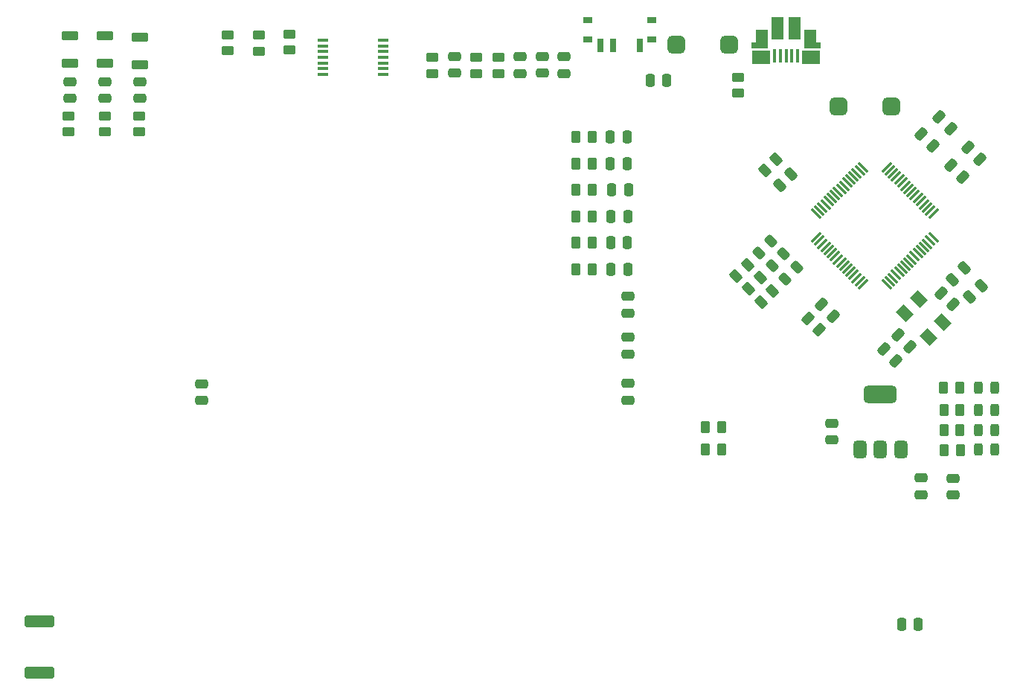
<source format=gbr>
%TF.GenerationSoftware,KiCad,Pcbnew,8.0.6*%
%TF.CreationDate,2024-12-28T02:56:51-05:00*%
%TF.ProjectId,AC_Driver_V2,41435f44-7269-4766-9572-5f56322e6b69,rev?*%
%TF.SameCoordinates,Original*%
%TF.FileFunction,Paste,Top*%
%TF.FilePolarity,Positive*%
%FSLAX46Y46*%
G04 Gerber Fmt 4.6, Leading zero omitted, Abs format (unit mm)*
G04 Created by KiCad (PCBNEW 8.0.6) date 2024-12-28 02:56:51*
%MOMM*%
%LPD*%
G01*
G04 APERTURE LIST*
G04 Aperture macros list*
%AMRoundRect*
0 Rectangle with rounded corners*
0 $1 Rounding radius*
0 $2 $3 $4 $5 $6 $7 $8 $9 X,Y pos of 4 corners*
0 Add a 4 corners polygon primitive as box body*
4,1,4,$2,$3,$4,$5,$6,$7,$8,$9,$2,$3,0*
0 Add four circle primitives for the rounded corners*
1,1,$1+$1,$2,$3*
1,1,$1+$1,$4,$5*
1,1,$1+$1,$6,$7*
1,1,$1+$1,$8,$9*
0 Add four rect primitives between the rounded corners*
20,1,$1+$1,$2,$3,$4,$5,0*
20,1,$1+$1,$4,$5,$6,$7,0*
20,1,$1+$1,$6,$7,$8,$9,0*
20,1,$1+$1,$8,$9,$2,$3,0*%
%AMRotRect*
0 Rectangle, with rotation*
0 The origin of the aperture is its center*
0 $1 length*
0 $2 width*
0 $3 Rotation angle, in degrees counterclockwise*
0 Add horizontal line*
21,1,$1,$2,0,0,$3*%
G04 Aperture macros list end*
%ADD10RoundRect,0.250000X-0.262500X-0.450000X0.262500X-0.450000X0.262500X0.450000X-0.262500X0.450000X0*%
%ADD11RotRect,1.600000X1.300000X135.000000*%
%ADD12RoundRect,0.250000X0.262500X0.450000X-0.262500X0.450000X-0.262500X-0.450000X0.262500X-0.450000X0*%
%ADD13RoundRect,0.250000X-0.475000X0.250000X-0.475000X-0.250000X0.475000X-0.250000X0.475000X0.250000X0*%
%ADD14RoundRect,0.250000X-0.250000X-0.475000X0.250000X-0.475000X0.250000X0.475000X-0.250000X0.475000X0*%
%ADD15RoundRect,0.250000X-0.132583X0.503814X-0.503814X0.132583X0.132583X-0.503814X0.503814X-0.132583X0*%
%ADD16RoundRect,0.243750X0.150260X-0.494975X0.494975X-0.150260X-0.150260X0.494975X-0.494975X0.150260X0*%
%ADD17RoundRect,0.250000X-0.512652X-0.159099X-0.159099X-0.512652X0.512652X0.159099X0.159099X0.512652X0*%
%ADD18RoundRect,0.250000X0.450000X-0.262500X0.450000X0.262500X-0.450000X0.262500X-0.450000X-0.262500X0*%
%ADD19RoundRect,0.250000X-0.700000X0.275000X-0.700000X-0.275000X0.700000X-0.275000X0.700000X0.275000X0*%
%ADD20RoundRect,0.250000X-1.425000X0.425000X-1.425000X-0.425000X1.425000X-0.425000X1.425000X0.425000X0*%
%ADD21RoundRect,0.250000X-0.450000X0.262500X-0.450000X-0.262500X0.450000X-0.262500X0.450000X0.262500X0*%
%ADD22RoundRect,0.250000X-0.503814X-0.132583X-0.132583X-0.503814X0.503814X0.132583X0.132583X0.503814X0*%
%ADD23RoundRect,0.243750X-0.243750X-0.456250X0.243750X-0.456250X0.243750X0.456250X-0.243750X0.456250X0*%
%ADD24RoundRect,0.250000X0.475000X-0.250000X0.475000X0.250000X-0.475000X0.250000X-0.475000X-0.250000X0*%
%ADD25RoundRect,0.250000X-0.159099X0.512652X-0.512652X0.159099X0.159099X-0.512652X0.512652X-0.159099X0*%
%ADD26RoundRect,0.250000X0.159099X-0.512652X0.512652X-0.159099X-0.159099X0.512652X-0.512652X0.159099X0*%
%ADD27RoundRect,0.250000X0.512652X0.159099X0.159099X0.512652X-0.512652X-0.159099X-0.159099X-0.512652X0*%
%ADD28RoundRect,0.250000X0.250000X0.475000X-0.250000X0.475000X-0.250000X-0.475000X0.250000X-0.475000X0*%
%ADD29RoundRect,0.500000X0.500000X0.500000X-0.500000X0.500000X-0.500000X-0.500000X0.500000X-0.500000X0*%
%ADD30RoundRect,0.375000X0.375000X-0.625000X0.375000X0.625000X-0.375000X0.625000X-0.375000X-0.625000X0*%
%ADD31RoundRect,0.500000X1.400000X-0.500000X1.400000X0.500000X-1.400000X0.500000X-1.400000X-0.500000X0*%
%ADD32R,1.000000X0.800000*%
%ADD33R,0.700000X1.500000*%
%ADD34R,0.400000X1.650000*%
%ADD35R,1.825000X0.700000*%
%ADD36R,2.000000X1.500000*%
%ADD37R,1.350000X2.000000*%
%ADD38R,1.430000X2.500000*%
%ADD39RoundRect,0.500000X-0.500000X-0.500000X0.500000X-0.500000X0.500000X0.500000X-0.500000X0.500000X0*%
%ADD40R,1.200000X0.400000*%
%ADD41RoundRect,0.075000X0.548008X0.441942X0.441942X0.548008X-0.548008X-0.441942X-0.441942X-0.548008X0*%
%ADD42RoundRect,0.075000X0.548008X-0.441942X-0.441942X0.548008X-0.548008X0.441942X0.441942X-0.548008X0*%
G04 APERTURE END LIST*
D10*
%TO.C,R31*%
X115337500Y-77000000D03*
X117162500Y-77000000D03*
%TD*%
%TO.C,R27*%
X115337500Y-79500000D03*
X117162500Y-79500000D03*
%TD*%
D11*
%TO.C,Y1*%
X140680330Y-66706676D03*
X137993324Y-64019670D03*
X139619670Y-62393324D03*
X142306676Y-65080330D03*
%TD*%
D12*
%TO.C,R7*%
X142525000Y-79600000D03*
X144350000Y-79600000D03*
%TD*%
%TO.C,R6*%
X142487500Y-77300000D03*
X144312500Y-77300000D03*
%TD*%
D13*
%TO.C,C43*%
X143500000Y-82800000D03*
X143500000Y-84700000D03*
%TD*%
D14*
%TO.C,C42*%
X137650000Y-99400000D03*
X139550000Y-99400000D03*
%TD*%
D15*
%TO.C,R30*%
X122945235Y-61454765D03*
X121654765Y-62745235D03*
%TD*%
%TO.C,R29*%
X121545235Y-59954765D03*
X120254765Y-61245235D03*
%TD*%
D16*
%TO.C,LD3*%
X124400000Y-60100000D03*
X125725826Y-58774174D03*
%TD*%
%TO.C,LD2*%
X122900000Y-58600000D03*
X124225826Y-57274174D03*
%TD*%
D15*
%TO.C,R28*%
X120100000Y-58500000D03*
X118809530Y-59790470D03*
%TD*%
D16*
%TO.C,LD1*%
X121437087Y-57162913D03*
X122762913Y-55837087D03*
%TD*%
D17*
%TO.C,C41*%
X135656498Y-68106498D03*
X137000000Y-69450000D03*
%TD*%
D18*
%TO.C,R25*%
X50890000Y-41575000D03*
X50890000Y-43400000D03*
%TD*%
%TO.C,R24*%
X46950000Y-41575000D03*
X46950000Y-43400000D03*
%TD*%
%TO.C,R23*%
X42850000Y-41575000D03*
X42850000Y-43400000D03*
%TD*%
D19*
%TO.C,D3*%
X51000000Y-35725000D03*
X51000000Y-32575000D03*
%TD*%
%TO.C,D2*%
X47000000Y-35575000D03*
X47000000Y-32425000D03*
%TD*%
%TO.C,D1*%
X43000000Y-35575000D03*
X43000000Y-32425000D03*
%TD*%
D13*
%TO.C,C40*%
X51000000Y-39575000D03*
X51000000Y-37675000D03*
%TD*%
%TO.C,C39*%
X47000000Y-39575000D03*
X47000000Y-37675000D03*
%TD*%
%TO.C,C38*%
X43000000Y-39575000D03*
X43000000Y-37675000D03*
%TD*%
D20*
%TO.C,F1*%
X39500000Y-99100000D03*
X39500000Y-104900000D03*
%TD*%
D21*
%TO.C,R20*%
X68000000Y-32255907D03*
X68000000Y-34080907D03*
%TD*%
%TO.C,R19*%
X61000000Y-32349907D03*
X61000000Y-34174907D03*
%TD*%
D18*
%TO.C,R17*%
X64500000Y-34224907D03*
X64500000Y-32399907D03*
%TD*%
%TO.C,R16*%
X84261993Y-36724907D03*
X84261993Y-34899907D03*
%TD*%
%TO.C,R15*%
X91761993Y-36724907D03*
X91761993Y-34899907D03*
%TD*%
%TO.C,R14*%
X89261993Y-36724907D03*
X89261993Y-34899907D03*
%TD*%
D10*
%TO.C,R13*%
X102412500Y-44000000D03*
X100587500Y-44000000D03*
%TD*%
%TO.C,R12*%
X102412500Y-47000000D03*
X100587500Y-47000000D03*
%TD*%
%TO.C,R11*%
X102412500Y-50000000D03*
X100587500Y-50000000D03*
%TD*%
%TO.C,R10*%
X100587500Y-56000000D03*
X102412500Y-56000000D03*
%TD*%
%TO.C,R9*%
X100587500Y-59000000D03*
X102412500Y-59000000D03*
%TD*%
%TO.C,R8*%
X102412500Y-53000000D03*
X100587500Y-53000000D03*
%TD*%
D15*
%TO.C,R5*%
X122105618Y-47772667D03*
X123396088Y-46482197D03*
%TD*%
D22*
%TO.C,R4*%
X128300000Y-65900000D03*
X127009530Y-64609530D03*
%TD*%
D12*
%TO.C,R3*%
X142487500Y-75000000D03*
X144312500Y-75000000D03*
%TD*%
%TO.C,R2*%
X142425000Y-72500000D03*
X144250000Y-72500000D03*
%TD*%
D21*
%TO.C,R1*%
X119000000Y-39000000D03*
X119000000Y-37175000D03*
%TD*%
D23*
%TO.C,DHVDC1*%
X148237500Y-72500000D03*
X146362500Y-72500000D03*
%TD*%
%TO.C,D15V1*%
X146362500Y-75000000D03*
X148237500Y-75000000D03*
%TD*%
%TO.C,D5V1*%
X148237500Y-77300000D03*
X146362500Y-77300000D03*
%TD*%
%TO.C,D3.3V1*%
X148237500Y-79500000D03*
X146362500Y-79500000D03*
%TD*%
D24*
%TO.C,C34*%
X86761993Y-36712407D03*
X86761993Y-34812407D03*
%TD*%
%TO.C,C33*%
X106500000Y-64000000D03*
X106500000Y-62100000D03*
%TD*%
%TO.C,C32*%
X106500000Y-68675000D03*
X106500000Y-66775000D03*
%TD*%
%TO.C,C31*%
X106500000Y-73900000D03*
X106500000Y-72000000D03*
%TD*%
%TO.C,C30*%
X96750000Y-36700000D03*
X96750000Y-34800000D03*
%TD*%
%TO.C,C26*%
X94250000Y-36750000D03*
X94250000Y-34850000D03*
%TD*%
%TO.C,C25*%
X58000000Y-73950000D03*
X58000000Y-72050000D03*
%TD*%
D14*
%TO.C,C24*%
X106387500Y-44000000D03*
X104487500Y-44000000D03*
%TD*%
%TO.C,C23*%
X106387500Y-47000000D03*
X104487500Y-47000000D03*
%TD*%
%TO.C,C22*%
X106562500Y-50000000D03*
X104662500Y-50000000D03*
%TD*%
%TO.C,C21*%
X106487500Y-53000000D03*
X104587500Y-53000000D03*
%TD*%
%TO.C,C20*%
X104537500Y-56000000D03*
X106437500Y-56000000D03*
%TD*%
%TO.C,C19*%
X104587500Y-59000000D03*
X106487500Y-59000000D03*
%TD*%
D13*
%TO.C,C18*%
X99250000Y-34850000D03*
X99250000Y-36750000D03*
%TD*%
D17*
%TO.C,C16*%
X143250000Y-43000000D03*
X141906498Y-41656498D03*
%TD*%
%TO.C,C15*%
X141250000Y-45000000D03*
X139906498Y-43656498D03*
%TD*%
D25*
%TO.C,C14*%
X143406498Y-60199568D03*
X144750000Y-58856066D03*
%TD*%
%TO.C,C13*%
X145406498Y-62199568D03*
X146750000Y-60856066D03*
%TD*%
D26*
%TO.C,C12*%
X123750000Y-49500000D03*
X125093502Y-48156498D03*
%TD*%
D17*
%TO.C,C11*%
X145234747Y-45184315D03*
X146578249Y-46527817D03*
%TD*%
D27*
%TO.C,C10*%
X129906498Y-64356066D03*
X128562996Y-63012564D03*
%TD*%
D13*
%TO.C,C9*%
X129700000Y-76550000D03*
X129700000Y-78450000D03*
%TD*%
D17*
%TO.C,C7*%
X144578249Y-48527817D03*
X143234747Y-47184315D03*
%TD*%
%TO.C,C4*%
X143500000Y-63050000D03*
X142156498Y-61706498D03*
%TD*%
%TO.C,C3*%
X138621751Y-67821751D03*
X137278249Y-66478249D03*
%TD*%
D28*
%TO.C,C2*%
X109050001Y-37500000D03*
X110949999Y-37500000D03*
%TD*%
D29*
%TO.C,SW1*%
X112000000Y-33500000D03*
X118000000Y-33500000D03*
%TD*%
D30*
%TO.C,U2*%
X132950000Y-79550000D03*
X135250000Y-79550000D03*
D31*
X135250000Y-73250000D03*
D30*
X137550000Y-79550000D03*
%TD*%
D32*
%TO.C,SW2*%
X109250000Y-32855000D03*
X109250000Y-30645000D03*
X101950000Y-32855000D03*
X101950000Y-30645000D03*
D33*
X107850000Y-33505000D03*
X104850000Y-33505000D03*
X103350000Y-33505000D03*
%TD*%
D34*
%TO.C,J3*%
X125825000Y-34765000D03*
X125175000Y-34765000D03*
X124525000Y-34765000D03*
X123875000Y-34765000D03*
X123225000Y-34765000D03*
D35*
X127475000Y-33565000D03*
D36*
X127375000Y-34865000D03*
D37*
X127255000Y-32815000D03*
D38*
X125485000Y-31615000D03*
X123565000Y-31615000D03*
D37*
X121775000Y-32815000D03*
D36*
X121625000Y-34885000D03*
D35*
X121525000Y-33565000D03*
%TD*%
D39*
%TO.C,SW3*%
X130500000Y-40500000D03*
X136500000Y-40500000D03*
%TD*%
D40*
%TO.C,U3*%
X78661993Y-32949907D03*
X78661993Y-33599907D03*
X78661993Y-34249907D03*
X78661993Y-34899907D03*
X78661993Y-35549907D03*
X78661993Y-36199907D03*
X78661993Y-36849907D03*
X71761993Y-36849907D03*
X71761993Y-36199907D03*
X71761993Y-35549907D03*
X71761993Y-34899907D03*
X71761993Y-34249907D03*
X71761993Y-33599907D03*
X71761993Y-32949907D03*
%TD*%
D41*
%TO.C,U4*%
X133244618Y-60717299D03*
X132891065Y-60363745D03*
X132537512Y-60010192D03*
X132183958Y-59656638D03*
X131830405Y-59303084D03*
X131476851Y-58949532D03*
X131123298Y-58595978D03*
X130769745Y-58242425D03*
X130416191Y-57888872D03*
X130062638Y-57535318D03*
X129709084Y-57181765D03*
X129355531Y-56828211D03*
X129001978Y-56474658D03*
X128648424Y-56121105D03*
X128294871Y-55767552D03*
X127941317Y-55413997D03*
D42*
X127941317Y-52691636D03*
X128294871Y-52338083D03*
X128648424Y-51984530D03*
X129001978Y-51630976D03*
X129355532Y-51277423D03*
X129709084Y-50923869D03*
X130062638Y-50570316D03*
X130416191Y-50216763D03*
X130769744Y-49863209D03*
X131123298Y-49509656D03*
X131476851Y-49156102D03*
X131830405Y-48802549D03*
X132183958Y-48448996D03*
X132537511Y-48095442D03*
X132891064Y-47741889D03*
X133244619Y-47388335D03*
D41*
X135966980Y-47388335D03*
X136320533Y-47741889D03*
X136674086Y-48095442D03*
X137027640Y-48448996D03*
X137381193Y-48802550D03*
X137734747Y-49156102D03*
X138088300Y-49509656D03*
X138441853Y-49863209D03*
X138795407Y-50216762D03*
X139148960Y-50570316D03*
X139502514Y-50923869D03*
X139856067Y-51277423D03*
X140209620Y-51630976D03*
X140563174Y-51984529D03*
X140916727Y-52338082D03*
X141270281Y-52691637D03*
D42*
X141270281Y-55413998D03*
X140916727Y-55767551D03*
X140563174Y-56121104D03*
X140209620Y-56474658D03*
X139856066Y-56828211D03*
X139502514Y-57181765D03*
X139148960Y-57535318D03*
X138795407Y-57888871D03*
X138441854Y-58242425D03*
X138088300Y-58595978D03*
X137734747Y-58949532D03*
X137381193Y-59303085D03*
X137027640Y-59656638D03*
X136674087Y-60010192D03*
X136320534Y-60363745D03*
X135966979Y-60717299D03*
%TD*%
D13*
%TO.C,C6*%
X139900000Y-82750000D03*
X139900000Y-84650000D03*
%TD*%
M02*

</source>
